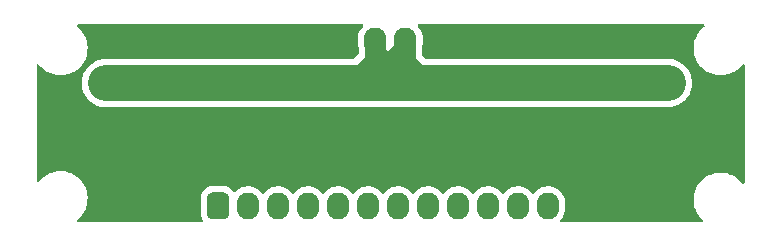
<source format=gbr>
%TF.GenerationSoftware,KiCad,Pcbnew,(6.0.4)*%
%TF.CreationDate,2022-09-19T09:41:04-03:00*%
%TF.ProjectId,Placa de sensores 12,506c6163-6120-4646-9520-73656e736f72,rev?*%
%TF.SameCoordinates,Original*%
%TF.FileFunction,Copper,L2,Bot*%
%TF.FilePolarity,Positive*%
%FSLAX46Y46*%
G04 Gerber Fmt 4.6, Leading zero omitted, Abs format (unit mm)*
G04 Created by KiCad (PCBNEW (6.0.4)) date 2022-09-19 09:41:04*
%MOMM*%
%LPD*%
G01*
G04 APERTURE LIST*
G04 Aperture macros list*
%AMRoundRect*
0 Rectangle with rounded corners*
0 $1 Rounding radius*
0 $2 $3 $4 $5 $6 $7 $8 $9 X,Y pos of 4 corners*
0 Add a 4 corners polygon primitive as box body*
4,1,4,$2,$3,$4,$5,$6,$7,$8,$9,$2,$3,0*
0 Add four circle primitives for the rounded corners*
1,1,$1+$1,$2,$3*
1,1,$1+$1,$4,$5*
1,1,$1+$1,$6,$7*
1,1,$1+$1,$8,$9*
0 Add four rect primitives between the rounded corners*
20,1,$1+$1,$2,$3,$4,$5,0*
20,1,$1+$1,$4,$5,$6,$7,0*
20,1,$1+$1,$6,$7,$8,$9,0*
20,1,$1+$1,$8,$9,$2,$3,0*%
G04 Aperture macros list end*
%TA.AperFunction,ComponentPad*%
%ADD10RoundRect,0.476250X0.476250X-0.666750X0.476250X0.666750X-0.476250X0.666750X-0.476250X-0.666750X0*%
%TD*%
%TA.AperFunction,ComponentPad*%
%ADD11O,1.905000X2.286000*%
%TD*%
%TA.AperFunction,ComponentPad*%
%ADD12RoundRect,0.476250X-0.476250X0.666750X-0.476250X-0.666750X0.476250X-0.666750X0.476250X0.666750X0*%
%TD*%
%TA.AperFunction,ViaPad*%
%ADD13C,1.778000*%
%TD*%
%TA.AperFunction,Conductor*%
%ADD14C,1.016000*%
%TD*%
%TA.AperFunction,Conductor*%
%ADD15C,1.778000*%
%TD*%
%TA.AperFunction,Conductor*%
%ADD16C,3.048000*%
%TD*%
G04 APERTURE END LIST*
D10*
%TO.P,J1,1,Pin_1*%
%TO.N,/s1*%
X41269996Y-41275000D03*
D11*
%TO.P,J1,2,Pin_2*%
%TO.N,/s2*%
X43809996Y-41275000D03*
%TO.P,J1,3,Pin_3*%
%TO.N,/s3*%
X46349996Y-41275000D03*
%TO.P,J1,4,Pin_4*%
%TO.N,/s4*%
X48889996Y-41275000D03*
%TO.P,J1,5,Pin_5*%
%TO.N,/s5*%
X51429996Y-41275000D03*
%TO.P,J1,6,Pin_6*%
%TO.N,/s6*%
X53969996Y-41275000D03*
%TO.P,J1,7,Pin_7*%
%TO.N,/s7*%
X56509996Y-41275000D03*
%TO.P,J1,8,Pin_8*%
%TO.N,/s8*%
X59049996Y-41275000D03*
%TO.P,J1,9,Pin_9*%
%TO.N,/s9*%
X61589996Y-41275000D03*
%TO.P,J1,10,Pin_10*%
%TO.N,/s10*%
X64129996Y-41275000D03*
%TO.P,J1,11,Pin_11*%
%TO.N,/s11*%
X66669996Y-41275000D03*
%TO.P,J1,12,Pin_12*%
%TO.N,/s12*%
X69209996Y-41275000D03*
%TD*%
D12*
%TO.P,J2,1,Pin_1*%
%TO.N,GND*%
X59679992Y-27305000D03*
D11*
%TO.P,J2,2,Pin_2*%
%TO.N,+5V*%
X57139992Y-27305000D03*
%TO.P,J2,3,Pin_3*%
X54599992Y-27305000D03*
%TO.P,J2,4,Pin_4*%
%TO.N,GND*%
X52059992Y-27305000D03*
%TD*%
D13*
%TO.N,+5V*%
X57150000Y-30889200D03*
X61595000Y-30889200D03*
X34925000Y-30889200D03*
X39370000Y-30889200D03*
X70485000Y-30889200D03*
X66040000Y-30889200D03*
X52705000Y-30889200D03*
X74930000Y-30889200D03*
X43815000Y-30889200D03*
X48260000Y-30889200D03*
X79375000Y-30889200D03*
X31750000Y-30889200D03*
%TD*%
D14*
%TO.N,+5V*%
X61595000Y-30889200D02*
X59464200Y-30889200D01*
X59464200Y-30889200D02*
X57140000Y-28565000D01*
D15*
X57140000Y-27305000D02*
X57140000Y-28565000D01*
X54600000Y-28994200D02*
X52705000Y-30889200D01*
X54600000Y-27305000D02*
X54600000Y-28339200D01*
X54600000Y-28339200D02*
X57150000Y-30889200D01*
D14*
X61605000Y-30879200D02*
X61595000Y-30889200D01*
D15*
X57140000Y-27305000D02*
X57140000Y-27950000D01*
X54600000Y-27305000D02*
X54600000Y-28994200D01*
X57140000Y-28565000D02*
X57140000Y-30879200D01*
X57140000Y-27950000D02*
X54200806Y-30889194D01*
X57140000Y-30879200D02*
X57150000Y-30889200D01*
D16*
X79375000Y-30889194D02*
X31750000Y-30889194D01*
%TD*%
%TA.AperFunction,Conductor*%
%TO.N,GND*%
G36*
X53504957Y-25928502D02*
G01*
X53551450Y-25982158D01*
X53561554Y-26052432D01*
X53527929Y-26121551D01*
X53460691Y-26191912D01*
X53441515Y-26220023D01*
X53328589Y-26385566D01*
X53325306Y-26390378D01*
X53323132Y-26395061D01*
X53323130Y-26395065D01*
X53226334Y-26603595D01*
X53224155Y-26608290D01*
X53159952Y-26839798D01*
X53138992Y-27035928D01*
X53138992Y-27556402D01*
X53139204Y-27558975D01*
X53139204Y-27558986D01*
X53140719Y-27577407D01*
X53153670Y-27734937D01*
X53154931Y-27739956D01*
X53198704Y-27914223D01*
X53202500Y-27944919D01*
X53202500Y-28284901D01*
X53202185Y-28293800D01*
X53197584Y-28358783D01*
X53198110Y-28364100D01*
X53198133Y-28365743D01*
X53179084Y-28434136D01*
X53161240Y-28456597D01*
X52798048Y-28819789D01*
X52735736Y-28853815D01*
X52708953Y-28856694D01*
X31679024Y-28856694D01*
X31676839Y-28856847D01*
X31676833Y-28856847D01*
X31470825Y-28871252D01*
X31470820Y-28871253D01*
X31466440Y-28871559D01*
X31188399Y-28930659D01*
X31184268Y-28932163D01*
X31184263Y-28932164D01*
X31070988Y-28973393D01*
X30921289Y-29027879D01*
X30844896Y-29068498D01*
X30674201Y-29159257D01*
X30674195Y-29159261D01*
X30670309Y-29161327D01*
X30666749Y-29163913D01*
X30666745Y-29163916D01*
X30556960Y-29243680D01*
X30440344Y-29328407D01*
X30437180Y-29331463D01*
X30437177Y-29331465D01*
X30239032Y-29522811D01*
X30239029Y-29522815D01*
X30235870Y-29525865D01*
X30060867Y-29749859D01*
X29918740Y-29996029D01*
X29917090Y-30000113D01*
X29917087Y-30000119D01*
X29831562Y-30211803D01*
X29812258Y-30259583D01*
X29743491Y-30535392D01*
X29713778Y-30818088D01*
X29713931Y-30822476D01*
X29713931Y-30822482D01*
X29718897Y-30964669D01*
X29723698Y-31102167D01*
X29773058Y-31382101D01*
X29774413Y-31386272D01*
X29774415Y-31386279D01*
X29816088Y-31514534D01*
X29860897Y-31652441D01*
X29985505Y-31907925D01*
X29987960Y-31911564D01*
X29987963Y-31911570D01*
X30141997Y-32139935D01*
X30142002Y-32139942D01*
X30144457Y-32143581D01*
X30147401Y-32146850D01*
X30147402Y-32146852D01*
X30331711Y-32351548D01*
X30334659Y-32354822D01*
X30552409Y-32537536D01*
X30793469Y-32688167D01*
X31053147Y-32803783D01*
X31326388Y-32882134D01*
X31330738Y-32882745D01*
X31330741Y-32882746D01*
X31435217Y-32897429D01*
X31607874Y-32921694D01*
X79445976Y-32921694D01*
X79448161Y-32921541D01*
X79448167Y-32921541D01*
X79654175Y-32907136D01*
X79654180Y-32907135D01*
X79658560Y-32906829D01*
X79936601Y-32847729D01*
X79940732Y-32846225D01*
X79940737Y-32846224D01*
X80087988Y-32792629D01*
X80203711Y-32750509D01*
X80325336Y-32685840D01*
X80450799Y-32619131D01*
X80450805Y-32619127D01*
X80454691Y-32617061D01*
X80458251Y-32614475D01*
X80458255Y-32614472D01*
X80681093Y-32452570D01*
X80681096Y-32452568D01*
X80684656Y-32449981D01*
X80780267Y-32357651D01*
X80885968Y-32255577D01*
X80885971Y-32255573D01*
X80889130Y-32252523D01*
X81064133Y-32028529D01*
X81206260Y-31782359D01*
X81207910Y-31778275D01*
X81207913Y-31778269D01*
X81311093Y-31522887D01*
X81311094Y-31522884D01*
X81312742Y-31518805D01*
X81381509Y-31242996D01*
X81411222Y-30960300D01*
X81411069Y-30955906D01*
X81401456Y-30680618D01*
X81401455Y-30680611D01*
X81401302Y-30676221D01*
X81351942Y-30396287D01*
X81350587Y-30392116D01*
X81350585Y-30392109D01*
X81278290Y-30169610D01*
X81264103Y-30125947D01*
X81229578Y-30055159D01*
X81206385Y-30007607D01*
X81139495Y-29870463D01*
X81137040Y-29866824D01*
X81137037Y-29866818D01*
X80983003Y-29638453D01*
X80982998Y-29638446D01*
X80980543Y-29634807D01*
X80910648Y-29557180D01*
X80793289Y-29426840D01*
X80793288Y-29426839D01*
X80790341Y-29423566D01*
X80572591Y-29240852D01*
X80331531Y-29090221D01*
X80147857Y-29008444D01*
X80075867Y-28976392D01*
X80075865Y-28976391D01*
X80071853Y-28974605D01*
X79798612Y-28896254D01*
X79794262Y-28895643D01*
X79794259Y-28895642D01*
X79689783Y-28880959D01*
X79517126Y-28856694D01*
X58921432Y-28856694D01*
X58853311Y-28836692D01*
X58832337Y-28819789D01*
X58574405Y-28561857D01*
X58540379Y-28499545D01*
X58537500Y-28472762D01*
X58537500Y-27969279D01*
X58537535Y-27966309D01*
X58538271Y-27935091D01*
X58542817Y-27904393D01*
X58580032Y-27770202D01*
X58600992Y-27574072D01*
X58600992Y-27053598D01*
X58599816Y-27039285D01*
X58586738Y-26880224D01*
X58586314Y-26875063D01*
X58527786Y-26642056D01*
X58431989Y-26421737D01*
X58321418Y-26250821D01*
X58304302Y-26224363D01*
X58304300Y-26224360D01*
X58301494Y-26220023D01*
X58298012Y-26216196D01*
X58209844Y-26119300D01*
X58178792Y-26055454D01*
X58187187Y-25984955D01*
X58232363Y-25930187D01*
X58303037Y-25908500D01*
X82333875Y-25908500D01*
X82401996Y-25928502D01*
X82448489Y-25982158D01*
X82458593Y-26052432D01*
X82429099Y-26117012D01*
X82416953Y-26129232D01*
X82199731Y-26319731D01*
X82197022Y-26322820D01*
X82004823Y-26541980D01*
X82004819Y-26541986D01*
X82002105Y-26545080D01*
X81835584Y-26794297D01*
X81833760Y-26797996D01*
X81833757Y-26798001D01*
X81788500Y-26889774D01*
X81703017Y-27063117D01*
X81606672Y-27346940D01*
X81605868Y-27350984D01*
X81605866Y-27350990D01*
X81560829Y-27577407D01*
X81548197Y-27640911D01*
X81547928Y-27645016D01*
X81547927Y-27645023D01*
X81539723Y-27770202D01*
X81528594Y-27940000D01*
X81528864Y-27944119D01*
X81543043Y-28160446D01*
X81548197Y-28239089D01*
X81548999Y-28243122D01*
X81549000Y-28243128D01*
X81600005Y-28499545D01*
X81606672Y-28533060D01*
X81703017Y-28816883D01*
X81835584Y-29085703D01*
X82002105Y-29334920D01*
X82004819Y-29338014D01*
X82004823Y-29338020D01*
X82166881Y-29522811D01*
X82199731Y-29560269D01*
X82202820Y-29562978D01*
X82421980Y-29755177D01*
X82421986Y-29755181D01*
X82425080Y-29757895D01*
X82674297Y-29924416D01*
X82677996Y-29926240D01*
X82678001Y-29926243D01*
X82811768Y-29992209D01*
X82943117Y-30056983D01*
X82947022Y-30058308D01*
X82947023Y-30058309D01*
X83223027Y-30152000D01*
X83223031Y-30152001D01*
X83226940Y-30153328D01*
X83230984Y-30154132D01*
X83230990Y-30154134D01*
X83516872Y-30211000D01*
X83516878Y-30211001D01*
X83520911Y-30211803D01*
X83525016Y-30212072D01*
X83525023Y-30212073D01*
X83815881Y-30231136D01*
X83820000Y-30231406D01*
X83824119Y-30231136D01*
X84114977Y-30212073D01*
X84114984Y-30212072D01*
X84119089Y-30211803D01*
X84123122Y-30211001D01*
X84123128Y-30211000D01*
X84409010Y-30154134D01*
X84409016Y-30154132D01*
X84413060Y-30153328D01*
X84416969Y-30152001D01*
X84416973Y-30152000D01*
X84692977Y-30058309D01*
X84692978Y-30058308D01*
X84696883Y-30056983D01*
X84828232Y-29992209D01*
X84961999Y-29926243D01*
X84962004Y-29926240D01*
X84965703Y-29924416D01*
X85214920Y-29757895D01*
X85218014Y-29755181D01*
X85218020Y-29755177D01*
X85437180Y-29562978D01*
X85440269Y-29560269D01*
X85557910Y-29426125D01*
X85630768Y-29343047D01*
X85690722Y-29305020D01*
X85761717Y-29305442D01*
X85821214Y-29344181D01*
X85850322Y-29408936D01*
X85851500Y-29426125D01*
X85851500Y-39280875D01*
X85831498Y-39348996D01*
X85777842Y-39395489D01*
X85707568Y-39405593D01*
X85642988Y-39376099D01*
X85630768Y-39363953D01*
X85442978Y-39149820D01*
X85440269Y-39146731D01*
X85298976Y-39022820D01*
X85218020Y-38951823D01*
X85218014Y-38951819D01*
X85214920Y-38949105D01*
X84965703Y-38782584D01*
X84962004Y-38780760D01*
X84961999Y-38780757D01*
X84824095Y-38712751D01*
X84696883Y-38650017D01*
X84692977Y-38648691D01*
X84416973Y-38555000D01*
X84416969Y-38554999D01*
X84413060Y-38553672D01*
X84409016Y-38552868D01*
X84409010Y-38552866D01*
X84123128Y-38496000D01*
X84123122Y-38495999D01*
X84119089Y-38495197D01*
X84114984Y-38494928D01*
X84114977Y-38494927D01*
X83824119Y-38475864D01*
X83820000Y-38475594D01*
X83815881Y-38475864D01*
X83525023Y-38494927D01*
X83525016Y-38494928D01*
X83520911Y-38495197D01*
X83516878Y-38495999D01*
X83516872Y-38496000D01*
X83230990Y-38552866D01*
X83230984Y-38552868D01*
X83226940Y-38553672D01*
X83223031Y-38554999D01*
X83223027Y-38555000D01*
X82947023Y-38648691D01*
X82943117Y-38650017D01*
X82815905Y-38712751D01*
X82678001Y-38780757D01*
X82677996Y-38780760D01*
X82674297Y-38782584D01*
X82425080Y-38949105D01*
X82421986Y-38951819D01*
X82421980Y-38951823D01*
X82341024Y-39022820D01*
X82199731Y-39146731D01*
X82197022Y-39149820D01*
X82004823Y-39368980D01*
X82004819Y-39368986D01*
X82002105Y-39372080D01*
X81835584Y-39621297D01*
X81833760Y-39624996D01*
X81833757Y-39625001D01*
X81772202Y-39749823D01*
X81703017Y-39890117D01*
X81701692Y-39894022D01*
X81701691Y-39894023D01*
X81612024Y-40158175D01*
X81606672Y-40173940D01*
X81605868Y-40177984D01*
X81605866Y-40177990D01*
X81553960Y-40438940D01*
X81548197Y-40467911D01*
X81547928Y-40472016D01*
X81547927Y-40472023D01*
X81542911Y-40548561D01*
X81528594Y-40767000D01*
X81528864Y-40771119D01*
X81545582Y-41026187D01*
X81548197Y-41066089D01*
X81548999Y-41070122D01*
X81549000Y-41070128D01*
X81605866Y-41356010D01*
X81606672Y-41360060D01*
X81607999Y-41363969D01*
X81608000Y-41363973D01*
X81701691Y-41639977D01*
X81703017Y-41643883D01*
X81835584Y-41912703D01*
X82002105Y-42161920D01*
X82004819Y-42165014D01*
X82004823Y-42165020D01*
X82179153Y-42363804D01*
X82199731Y-42387269D01*
X82202820Y-42389978D01*
X82202827Y-42389985D01*
X82272137Y-42450768D01*
X82310165Y-42510721D01*
X82309743Y-42581717D01*
X82271005Y-42641214D01*
X82206250Y-42670322D01*
X82189060Y-42671500D01*
X70373152Y-42671500D01*
X70305031Y-42651498D01*
X70258538Y-42597842D01*
X70248434Y-42527568D01*
X70282059Y-42458448D01*
X70282588Y-42457895D01*
X70349297Y-42388088D01*
X70453089Y-42235936D01*
X70481770Y-42193891D01*
X70481771Y-42193890D01*
X70484682Y-42189622D01*
X70493769Y-42170047D01*
X70583654Y-41976405D01*
X70583655Y-41976401D01*
X70585833Y-41971710D01*
X70650036Y-41740202D01*
X70659934Y-41647581D01*
X70670640Y-41547407D01*
X70670640Y-41547399D01*
X70670996Y-41544072D01*
X70670996Y-41023598D01*
X70656318Y-40845063D01*
X70604809Y-40640000D01*
X70599049Y-40617068D01*
X70599049Y-40617067D01*
X70597790Y-40612056D01*
X70533358Y-40463872D01*
X70504053Y-40396474D01*
X70504051Y-40396471D01*
X70501993Y-40391737D01*
X70411641Y-40252075D01*
X70374306Y-40194363D01*
X70374304Y-40194360D01*
X70371498Y-40190023D01*
X70209810Y-40012330D01*
X70084386Y-39913276D01*
X70025326Y-39866633D01*
X70025321Y-39866630D01*
X70021272Y-39863432D01*
X70016756Y-39860939D01*
X70016753Y-39860937D01*
X69815470Y-39749823D01*
X69815466Y-39749821D01*
X69810946Y-39747326D01*
X69806077Y-39745602D01*
X69806073Y-39745600D01*
X69589356Y-39668856D01*
X69589352Y-39668855D01*
X69584481Y-39667130D01*
X69579388Y-39666223D01*
X69579385Y-39666222D01*
X69353048Y-39625905D01*
X69353042Y-39625904D01*
X69347959Y-39624999D01*
X69260596Y-39623932D01*
X69112903Y-39622127D01*
X69112901Y-39622127D01*
X69107733Y-39622064D01*
X68870252Y-39658404D01*
X68766953Y-39692167D01*
X68646813Y-39731434D01*
X68646807Y-39731437D01*
X68641895Y-39733042D01*
X68637309Y-39735429D01*
X68637305Y-39735431D01*
X68467204Y-39823981D01*
X68428796Y-39843975D01*
X68424653Y-39847085D01*
X68424654Y-39847085D01*
X68286278Y-39950981D01*
X68236676Y-39988223D01*
X68070695Y-40161912D01*
X68045461Y-40198903D01*
X67990552Y-40243904D01*
X67920028Y-40252075D01*
X67856280Y-40220821D01*
X67835585Y-40196340D01*
X67834307Y-40194365D01*
X67831498Y-40190023D01*
X67669810Y-40012330D01*
X67544386Y-39913276D01*
X67485326Y-39866633D01*
X67485321Y-39866630D01*
X67481272Y-39863432D01*
X67476756Y-39860939D01*
X67476753Y-39860937D01*
X67275470Y-39749823D01*
X67275466Y-39749821D01*
X67270946Y-39747326D01*
X67266077Y-39745602D01*
X67266073Y-39745600D01*
X67049356Y-39668856D01*
X67049352Y-39668855D01*
X67044481Y-39667130D01*
X67039388Y-39666223D01*
X67039385Y-39666222D01*
X66813048Y-39625905D01*
X66813042Y-39625904D01*
X66807959Y-39624999D01*
X66720596Y-39623932D01*
X66572903Y-39622127D01*
X66572901Y-39622127D01*
X66567733Y-39622064D01*
X66330252Y-39658404D01*
X66226953Y-39692167D01*
X66106813Y-39731434D01*
X66106807Y-39731437D01*
X66101895Y-39733042D01*
X66097309Y-39735429D01*
X66097305Y-39735431D01*
X65927204Y-39823981D01*
X65888796Y-39843975D01*
X65884653Y-39847085D01*
X65884654Y-39847085D01*
X65746278Y-39950981D01*
X65696676Y-39988223D01*
X65530695Y-40161912D01*
X65505461Y-40198903D01*
X65450552Y-40243904D01*
X65380028Y-40252075D01*
X65316280Y-40220821D01*
X65295585Y-40196340D01*
X65294307Y-40194365D01*
X65291498Y-40190023D01*
X65129810Y-40012330D01*
X65004386Y-39913276D01*
X64945326Y-39866633D01*
X64945321Y-39866630D01*
X64941272Y-39863432D01*
X64936756Y-39860939D01*
X64936753Y-39860937D01*
X64735470Y-39749823D01*
X64735466Y-39749821D01*
X64730946Y-39747326D01*
X64726077Y-39745602D01*
X64726073Y-39745600D01*
X64509356Y-39668856D01*
X64509352Y-39668855D01*
X64504481Y-39667130D01*
X64499388Y-39666223D01*
X64499385Y-39666222D01*
X64273048Y-39625905D01*
X64273042Y-39625904D01*
X64267959Y-39624999D01*
X64180596Y-39623932D01*
X64032903Y-39622127D01*
X64032901Y-39622127D01*
X64027733Y-39622064D01*
X63790252Y-39658404D01*
X63686953Y-39692167D01*
X63566813Y-39731434D01*
X63566807Y-39731437D01*
X63561895Y-39733042D01*
X63557309Y-39735429D01*
X63557305Y-39735431D01*
X63387204Y-39823981D01*
X63348796Y-39843975D01*
X63344653Y-39847085D01*
X63344654Y-39847085D01*
X63206278Y-39950981D01*
X63156676Y-39988223D01*
X62990695Y-40161912D01*
X62965461Y-40198903D01*
X62910552Y-40243904D01*
X62840028Y-40252075D01*
X62776280Y-40220821D01*
X62755585Y-40196340D01*
X62754307Y-40194365D01*
X62751498Y-40190023D01*
X62589810Y-40012330D01*
X62464386Y-39913276D01*
X62405326Y-39866633D01*
X62405321Y-39866630D01*
X62401272Y-39863432D01*
X62396756Y-39860939D01*
X62396753Y-39860937D01*
X62195470Y-39749823D01*
X62195466Y-39749821D01*
X62190946Y-39747326D01*
X62186077Y-39745602D01*
X62186073Y-39745600D01*
X61969356Y-39668856D01*
X61969352Y-39668855D01*
X61964481Y-39667130D01*
X61959388Y-39666223D01*
X61959385Y-39666222D01*
X61733048Y-39625905D01*
X61733042Y-39625904D01*
X61727959Y-39624999D01*
X61640596Y-39623932D01*
X61492903Y-39622127D01*
X61492901Y-39622127D01*
X61487733Y-39622064D01*
X61250252Y-39658404D01*
X61146953Y-39692167D01*
X61026813Y-39731434D01*
X61026807Y-39731437D01*
X61021895Y-39733042D01*
X61017309Y-39735429D01*
X61017305Y-39735431D01*
X60847204Y-39823981D01*
X60808796Y-39843975D01*
X60804653Y-39847085D01*
X60804654Y-39847085D01*
X60666278Y-39950981D01*
X60616676Y-39988223D01*
X60450695Y-40161912D01*
X60425461Y-40198903D01*
X60370552Y-40243904D01*
X60300028Y-40252075D01*
X60236280Y-40220821D01*
X60215585Y-40196340D01*
X60214307Y-40194365D01*
X60211498Y-40190023D01*
X60049810Y-40012330D01*
X59924386Y-39913276D01*
X59865326Y-39866633D01*
X59865321Y-39866630D01*
X59861272Y-39863432D01*
X59856756Y-39860939D01*
X59856753Y-39860937D01*
X59655470Y-39749823D01*
X59655466Y-39749821D01*
X59650946Y-39747326D01*
X59646077Y-39745602D01*
X59646073Y-39745600D01*
X59429356Y-39668856D01*
X59429352Y-39668855D01*
X59424481Y-39667130D01*
X59419388Y-39666223D01*
X59419385Y-39666222D01*
X59193048Y-39625905D01*
X59193042Y-39625904D01*
X59187959Y-39624999D01*
X59100596Y-39623932D01*
X58952903Y-39622127D01*
X58952901Y-39622127D01*
X58947733Y-39622064D01*
X58710252Y-39658404D01*
X58606953Y-39692167D01*
X58486813Y-39731434D01*
X58486807Y-39731437D01*
X58481895Y-39733042D01*
X58477309Y-39735429D01*
X58477305Y-39735431D01*
X58307204Y-39823981D01*
X58268796Y-39843975D01*
X58264653Y-39847085D01*
X58264654Y-39847085D01*
X58126278Y-39950981D01*
X58076676Y-39988223D01*
X57910695Y-40161912D01*
X57885461Y-40198903D01*
X57830552Y-40243904D01*
X57760028Y-40252075D01*
X57696280Y-40220821D01*
X57675585Y-40196340D01*
X57674307Y-40194365D01*
X57671498Y-40190023D01*
X57509810Y-40012330D01*
X57384386Y-39913276D01*
X57325326Y-39866633D01*
X57325321Y-39866630D01*
X57321272Y-39863432D01*
X57316756Y-39860939D01*
X57316753Y-39860937D01*
X57115470Y-39749823D01*
X57115466Y-39749821D01*
X57110946Y-39747326D01*
X57106077Y-39745602D01*
X57106073Y-39745600D01*
X56889356Y-39668856D01*
X56889352Y-39668855D01*
X56884481Y-39667130D01*
X56879388Y-39666223D01*
X56879385Y-39666222D01*
X56653048Y-39625905D01*
X56653042Y-39625904D01*
X56647959Y-39624999D01*
X56560596Y-39623932D01*
X56412903Y-39622127D01*
X56412901Y-39622127D01*
X56407733Y-39622064D01*
X56170252Y-39658404D01*
X56066953Y-39692167D01*
X55946813Y-39731434D01*
X55946807Y-39731437D01*
X55941895Y-39733042D01*
X55937309Y-39735429D01*
X55937305Y-39735431D01*
X55767204Y-39823981D01*
X55728796Y-39843975D01*
X55724653Y-39847085D01*
X55724654Y-39847085D01*
X55586278Y-39950981D01*
X55536676Y-39988223D01*
X55370695Y-40161912D01*
X55345461Y-40198903D01*
X55290552Y-40243904D01*
X55220028Y-40252075D01*
X55156280Y-40220821D01*
X55135585Y-40196340D01*
X55134307Y-40194365D01*
X55131498Y-40190023D01*
X54969810Y-40012330D01*
X54844386Y-39913276D01*
X54785326Y-39866633D01*
X54785321Y-39866630D01*
X54781272Y-39863432D01*
X54776756Y-39860939D01*
X54776753Y-39860937D01*
X54575470Y-39749823D01*
X54575466Y-39749821D01*
X54570946Y-39747326D01*
X54566077Y-39745602D01*
X54566073Y-39745600D01*
X54349356Y-39668856D01*
X54349352Y-39668855D01*
X54344481Y-39667130D01*
X54339388Y-39666223D01*
X54339385Y-39666222D01*
X54113048Y-39625905D01*
X54113042Y-39625904D01*
X54107959Y-39624999D01*
X54020596Y-39623932D01*
X53872903Y-39622127D01*
X53872901Y-39622127D01*
X53867733Y-39622064D01*
X53630252Y-39658404D01*
X53526953Y-39692167D01*
X53406813Y-39731434D01*
X53406807Y-39731437D01*
X53401895Y-39733042D01*
X53397309Y-39735429D01*
X53397305Y-39735431D01*
X53227204Y-39823981D01*
X53188796Y-39843975D01*
X53184653Y-39847085D01*
X53184654Y-39847085D01*
X53046278Y-39950981D01*
X52996676Y-39988223D01*
X52830695Y-40161912D01*
X52805461Y-40198903D01*
X52750552Y-40243904D01*
X52680028Y-40252075D01*
X52616280Y-40220821D01*
X52595585Y-40196340D01*
X52594307Y-40194365D01*
X52591498Y-40190023D01*
X52429810Y-40012330D01*
X52304386Y-39913276D01*
X52245326Y-39866633D01*
X52245321Y-39866630D01*
X52241272Y-39863432D01*
X52236756Y-39860939D01*
X52236753Y-39860937D01*
X52035470Y-39749823D01*
X52035466Y-39749821D01*
X52030946Y-39747326D01*
X52026077Y-39745602D01*
X52026073Y-39745600D01*
X51809356Y-39668856D01*
X51809352Y-39668855D01*
X51804481Y-39667130D01*
X51799388Y-39666223D01*
X51799385Y-39666222D01*
X51573048Y-39625905D01*
X51573042Y-39625904D01*
X51567959Y-39624999D01*
X51480596Y-39623932D01*
X51332903Y-39622127D01*
X51332901Y-39622127D01*
X51327733Y-39622064D01*
X51090252Y-39658404D01*
X50986953Y-39692167D01*
X50866813Y-39731434D01*
X50866807Y-39731437D01*
X50861895Y-39733042D01*
X50857309Y-39735429D01*
X50857305Y-39735431D01*
X50687204Y-39823981D01*
X50648796Y-39843975D01*
X50644653Y-39847085D01*
X50644654Y-39847085D01*
X50506278Y-39950981D01*
X50456676Y-39988223D01*
X50290695Y-40161912D01*
X50265461Y-40198903D01*
X50210552Y-40243904D01*
X50140028Y-40252075D01*
X50076280Y-40220821D01*
X50055585Y-40196340D01*
X50054307Y-40194365D01*
X50051498Y-40190023D01*
X49889810Y-40012330D01*
X49764386Y-39913276D01*
X49705326Y-39866633D01*
X49705321Y-39866630D01*
X49701272Y-39863432D01*
X49696756Y-39860939D01*
X49696753Y-39860937D01*
X49495470Y-39749823D01*
X49495466Y-39749821D01*
X49490946Y-39747326D01*
X49486077Y-39745602D01*
X49486073Y-39745600D01*
X49269356Y-39668856D01*
X49269352Y-39668855D01*
X49264481Y-39667130D01*
X49259388Y-39666223D01*
X49259385Y-39666222D01*
X49033048Y-39625905D01*
X49033042Y-39625904D01*
X49027959Y-39624999D01*
X48940596Y-39623932D01*
X48792903Y-39622127D01*
X48792901Y-39622127D01*
X48787733Y-39622064D01*
X48550252Y-39658404D01*
X48446953Y-39692167D01*
X48326813Y-39731434D01*
X48326807Y-39731437D01*
X48321895Y-39733042D01*
X48317309Y-39735429D01*
X48317305Y-39735431D01*
X48147204Y-39823981D01*
X48108796Y-39843975D01*
X48104653Y-39847085D01*
X48104654Y-39847085D01*
X47966278Y-39950981D01*
X47916676Y-39988223D01*
X47750695Y-40161912D01*
X47725461Y-40198903D01*
X47670552Y-40243904D01*
X47600028Y-40252075D01*
X47536280Y-40220821D01*
X47515585Y-40196340D01*
X47514307Y-40194365D01*
X47511498Y-40190023D01*
X47349810Y-40012330D01*
X47224386Y-39913276D01*
X47165326Y-39866633D01*
X47165321Y-39866630D01*
X47161272Y-39863432D01*
X47156756Y-39860939D01*
X47156753Y-39860937D01*
X46955470Y-39749823D01*
X46955466Y-39749821D01*
X46950946Y-39747326D01*
X46946077Y-39745602D01*
X46946073Y-39745600D01*
X46729356Y-39668856D01*
X46729352Y-39668855D01*
X46724481Y-39667130D01*
X46719388Y-39666223D01*
X46719385Y-39666222D01*
X46493048Y-39625905D01*
X46493042Y-39625904D01*
X46487959Y-39624999D01*
X46400596Y-39623932D01*
X46252903Y-39622127D01*
X46252901Y-39622127D01*
X46247733Y-39622064D01*
X46010252Y-39658404D01*
X45906953Y-39692167D01*
X45786813Y-39731434D01*
X45786807Y-39731437D01*
X45781895Y-39733042D01*
X45777309Y-39735429D01*
X45777305Y-39735431D01*
X45607204Y-39823981D01*
X45568796Y-39843975D01*
X45564653Y-39847085D01*
X45564654Y-39847085D01*
X45426278Y-39950981D01*
X45376676Y-39988223D01*
X45210695Y-40161912D01*
X45185461Y-40198903D01*
X45130552Y-40243904D01*
X45060028Y-40252075D01*
X44996280Y-40220821D01*
X44975585Y-40196340D01*
X44974307Y-40194365D01*
X44971498Y-40190023D01*
X44809810Y-40012330D01*
X44684386Y-39913276D01*
X44625326Y-39866633D01*
X44625321Y-39866630D01*
X44621272Y-39863432D01*
X44616756Y-39860939D01*
X44616753Y-39860937D01*
X44415470Y-39749823D01*
X44415466Y-39749821D01*
X44410946Y-39747326D01*
X44406077Y-39745602D01*
X44406073Y-39745600D01*
X44189356Y-39668856D01*
X44189352Y-39668855D01*
X44184481Y-39667130D01*
X44179388Y-39666223D01*
X44179385Y-39666222D01*
X43953048Y-39625905D01*
X43953042Y-39625904D01*
X43947959Y-39624999D01*
X43860596Y-39623932D01*
X43712903Y-39622127D01*
X43712901Y-39622127D01*
X43707733Y-39622064D01*
X43470252Y-39658404D01*
X43366953Y-39692167D01*
X43246813Y-39731434D01*
X43246807Y-39731437D01*
X43241895Y-39733042D01*
X43237309Y-39735429D01*
X43237305Y-39735431D01*
X43067204Y-39823981D01*
X43028796Y-39843975D01*
X43024653Y-39847085D01*
X43024654Y-39847085D01*
X42886278Y-39950981D01*
X42836676Y-39988223D01*
X42769590Y-40058425D01*
X42759700Y-40068774D01*
X42698176Y-40104204D01*
X42627263Y-40100747D01*
X42570963Y-40061359D01*
X42450189Y-39913276D01*
X42446160Y-39908336D01*
X42291127Y-39781894D01*
X42113836Y-39689209D01*
X41921529Y-39634066D01*
X41888875Y-39631152D01*
X41805935Y-39623749D01*
X41805929Y-39623749D01*
X41803142Y-39623500D01*
X40736850Y-39623500D01*
X40734063Y-39623749D01*
X40734057Y-39623749D01*
X40651117Y-39631152D01*
X40618463Y-39634066D01*
X40426156Y-39689209D01*
X40248865Y-39781894D01*
X40093832Y-39908336D01*
X40089803Y-39913276D01*
X39983981Y-40043027D01*
X39967390Y-40063369D01*
X39874705Y-40240660D01*
X39819562Y-40432967D01*
X39808996Y-40551354D01*
X39808996Y-41998646D01*
X39819562Y-42117033D01*
X39874705Y-42309340D01*
X39952367Y-42457895D01*
X39967390Y-42486631D01*
X39964857Y-42487955D01*
X39982045Y-42543973D01*
X39962870Y-42612331D01*
X39909781Y-42659471D01*
X39856054Y-42671500D01*
X29426125Y-42671500D01*
X29358004Y-42651498D01*
X29311511Y-42597842D01*
X29301407Y-42527568D01*
X29330901Y-42462988D01*
X29343047Y-42450768D01*
X29557180Y-42262978D01*
X29560269Y-42260269D01*
X29566534Y-42253125D01*
X29755177Y-42038020D01*
X29755181Y-42038014D01*
X29757895Y-42034920D01*
X29924416Y-41785703D01*
X29944398Y-41745185D01*
X30055159Y-41520581D01*
X30056983Y-41516883D01*
X30077644Y-41456019D01*
X30152000Y-41236973D01*
X30152001Y-41236969D01*
X30153328Y-41233060D01*
X30154134Y-41229010D01*
X30211000Y-40943128D01*
X30211001Y-40943122D01*
X30211803Y-40939089D01*
X30216958Y-40860446D01*
X30231136Y-40644119D01*
X30231406Y-40640000D01*
X30225281Y-40546554D01*
X30212073Y-40345023D01*
X30212072Y-40345016D01*
X30211803Y-40340911D01*
X30194133Y-40252075D01*
X30154134Y-40050990D01*
X30154132Y-40050984D01*
X30153328Y-40046940D01*
X30141580Y-40012330D01*
X30058309Y-39767023D01*
X30058308Y-39767022D01*
X30056983Y-39763117D01*
X29988840Y-39624936D01*
X29926243Y-39498001D01*
X29926240Y-39497996D01*
X29924416Y-39494297D01*
X29757895Y-39245080D01*
X29755181Y-39241986D01*
X29755177Y-39241980D01*
X29562978Y-39022820D01*
X29560269Y-39019731D01*
X29477122Y-38946813D01*
X29338020Y-38824823D01*
X29338014Y-38824819D01*
X29334920Y-38822105D01*
X29085703Y-38655584D01*
X29082004Y-38653760D01*
X29081999Y-38653757D01*
X28877411Y-38552866D01*
X28816883Y-38523017D01*
X28677975Y-38475864D01*
X28536973Y-38428000D01*
X28536969Y-38427999D01*
X28533060Y-38426672D01*
X28529016Y-38425868D01*
X28529010Y-38425866D01*
X28243128Y-38369000D01*
X28243122Y-38368999D01*
X28239089Y-38368197D01*
X28234984Y-38367928D01*
X28234977Y-38367927D01*
X27944119Y-38348864D01*
X27940000Y-38348594D01*
X27935881Y-38348864D01*
X27645023Y-38367927D01*
X27645016Y-38367928D01*
X27640911Y-38368197D01*
X27636878Y-38368999D01*
X27636872Y-38369000D01*
X27350990Y-38425866D01*
X27350984Y-38425868D01*
X27346940Y-38426672D01*
X27343031Y-38427999D01*
X27343027Y-38428000D01*
X27202025Y-38475864D01*
X27063117Y-38523017D01*
X27002589Y-38552866D01*
X26798001Y-38653757D01*
X26797996Y-38653760D01*
X26794297Y-38655584D01*
X26545080Y-38822105D01*
X26541986Y-38824819D01*
X26541980Y-38824823D01*
X26402878Y-38946813D01*
X26319731Y-39019731D01*
X26317022Y-39022820D01*
X26129232Y-39236953D01*
X26069278Y-39274980D01*
X25998283Y-39274558D01*
X25938786Y-39235819D01*
X25909678Y-39171064D01*
X25908500Y-39153875D01*
X25908500Y-29426125D01*
X25928502Y-29358004D01*
X25982158Y-29311511D01*
X26052432Y-29301407D01*
X26117012Y-29330901D01*
X26129232Y-29343047D01*
X26202090Y-29426125D01*
X26319731Y-29560269D01*
X26322820Y-29562978D01*
X26541980Y-29755177D01*
X26541986Y-29755181D01*
X26545080Y-29757895D01*
X26794297Y-29924416D01*
X26797996Y-29926240D01*
X26798001Y-29926243D01*
X26931768Y-29992209D01*
X27063117Y-30056983D01*
X27067022Y-30058308D01*
X27067023Y-30058309D01*
X27343027Y-30152000D01*
X27343031Y-30152001D01*
X27346940Y-30153328D01*
X27350984Y-30154132D01*
X27350990Y-30154134D01*
X27636872Y-30211000D01*
X27636878Y-30211001D01*
X27640911Y-30211803D01*
X27645016Y-30212072D01*
X27645023Y-30212073D01*
X27935881Y-30231136D01*
X27940000Y-30231406D01*
X27944119Y-30231136D01*
X28234977Y-30212073D01*
X28234984Y-30212072D01*
X28239089Y-30211803D01*
X28243122Y-30211001D01*
X28243128Y-30211000D01*
X28529010Y-30154134D01*
X28529016Y-30154132D01*
X28533060Y-30153328D01*
X28536969Y-30152001D01*
X28536973Y-30152000D01*
X28812977Y-30058309D01*
X28812978Y-30058308D01*
X28816883Y-30056983D01*
X28948232Y-29992209D01*
X29081999Y-29926243D01*
X29082004Y-29926240D01*
X29085703Y-29924416D01*
X29334920Y-29757895D01*
X29338014Y-29755181D01*
X29338020Y-29755177D01*
X29557180Y-29562978D01*
X29560269Y-29560269D01*
X29593119Y-29522811D01*
X29755177Y-29338020D01*
X29755181Y-29338014D01*
X29757895Y-29334920D01*
X29924416Y-29085703D01*
X30056983Y-28816883D01*
X30153328Y-28533060D01*
X30159995Y-28499545D01*
X30211000Y-28243128D01*
X30211001Y-28243122D01*
X30211803Y-28239089D01*
X30216958Y-28160446D01*
X30231136Y-27944119D01*
X30231406Y-27940000D01*
X30220277Y-27770202D01*
X30212073Y-27645023D01*
X30212072Y-27645016D01*
X30211803Y-27640911D01*
X30199172Y-27577407D01*
X30154134Y-27350990D01*
X30154132Y-27350984D01*
X30153328Y-27346940D01*
X30056983Y-27063117D01*
X29971500Y-26889774D01*
X29926243Y-26798001D01*
X29926240Y-26797996D01*
X29924416Y-26794297D01*
X29757895Y-26545080D01*
X29755181Y-26541986D01*
X29755177Y-26541980D01*
X29562978Y-26322820D01*
X29560269Y-26319731D01*
X29343047Y-26129232D01*
X29305020Y-26069278D01*
X29305442Y-25998283D01*
X29344181Y-25938786D01*
X29408936Y-25909678D01*
X29426125Y-25908500D01*
X53436836Y-25908500D01*
X53504957Y-25928502D01*
G37*
%TD.AperFunction*%
%TD*%
M02*

</source>
